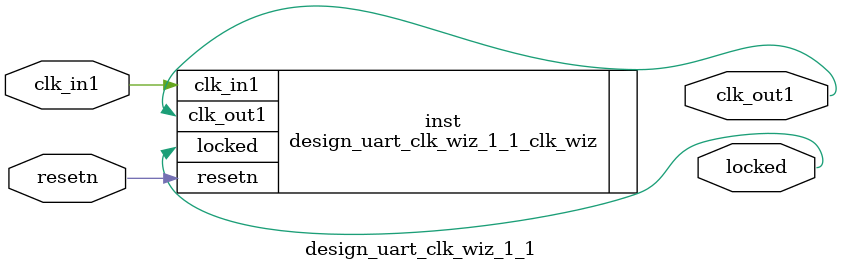
<source format=v>


`timescale 1ps/1ps

(* CORE_GENERATION_INFO = "design_uart_clk_wiz_1_1,clk_wiz_v6_0_11_0_0,{component_name=design_uart_clk_wiz_1_1,use_phase_alignment=true,use_min_o_jitter=false,use_max_i_jitter=false,use_dyn_phase_shift=false,use_inclk_switchover=false,use_dyn_reconfig=false,enable_axi=0,feedback_source=FDBK_AUTO,PRIMITIVE=MMCM,num_out_clk=1,clkin1_period=10.000,clkin2_period=10.000,use_power_down=false,use_reset=true,use_locked=true,use_inclk_stopped=false,feedback_type=SINGLE,CLOCK_MGR_TYPE=NA,manual_override=false}" *)

module design_uart_clk_wiz_1_1 
 (
  // Clock out ports
  output        clk_out1,
  // Status and control signals
  input         resetn,
  output        locked,
 // Clock in ports
  input         clk_in1
 );

  design_uart_clk_wiz_1_1_clk_wiz inst
  (
  // Clock out ports  
  .clk_out1(clk_out1),
  // Status and control signals               
  .resetn(resetn), 
  .locked(locked),
 // Clock in ports
  .clk_in1(clk_in1)
  );

endmodule

</source>
